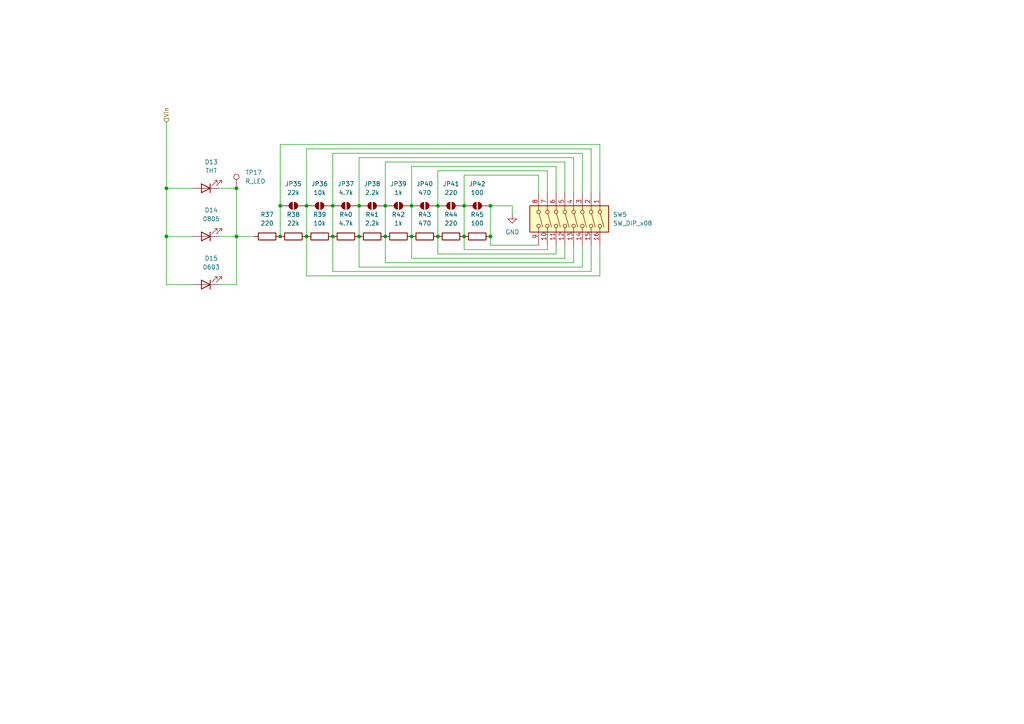
<source format=kicad_sch>
(kicad_sch (version 20250114) (generator "eeschema") (generator_version "9.0")
  (paper "A4")
  (lib_symbols
    (symbol "Connector:TestPoint" (pin_numbers (hide yes)) (pin_names (offset 0.762) (hide yes))
      (property "Reference" "TP" (at 0 6.858 0))
      (property "Value" "TestPoint" (at 0 5.08 0))
      (symbol "TestPoint_0_1"
        (circle (center 0 3.302) (radius 0.762))
      )
      (symbol "TestPoint_1_1"
        (pin passive line (at 0 0 90) (length 2.54) (name "1") (number "1"))
      )
    )
    (symbol "Device:LED" (pin_numbers (hide yes)) (pin_names (offset 1.016) (hide yes))
      (property "Reference" "D" (at 0 2.54 0))
      (property "Value" "LED" (at 0 -2.54 0))
      (symbol "LED_0_1"
        (polyline (pts (xy -3.048 -0.762) (xy -4.572 -2.286) (xy -3.81 -2.286) (xy -4.572 -2.286) (xy -4.572 -1.524)))
        (polyline (pts (xy -1.778 -0.762) (xy -3.302 -2.286) (xy -2.54 -2.286) (xy -3.302 -2.286) (xy -3.302 -1.524)))
        (polyline (pts (xy -1.27 0) (xy 1.27 0)))
        (polyline (pts (xy -1.27 -1.27) (xy -1.27 1.27)) (stroke (width 0.254)))
        (polyline (pts (xy 1.27 -1.27) (xy 1.27 1.27) (xy -1.27 0) (xy 1.27 -1.27)) (stroke (width 0.254)))
      )
      (symbol "LED_1_1"
        (pin passive line (at -3.81 0 0) (length 2.54) (name "K") (number "1"))
        (pin passive line (at 3.81 0 180) (length 2.54) (name "A") (number "2"))
      )
    )
    (symbol "Device:R" (pin_numbers (hide yes)) (pin_names (offset 0))
      (property "Reference" "R" (at 2.032 0 90))
      (property "Value" "R" (at 0 0 90))
      (symbol "R_0_1"
        (rectangle (start -1.016 -2.54) (end 1.016 2.54) (stroke (width 0.254)))
      )
      (symbol "R_1_1"
        (pin passive line (at 0 3.81 270) (length 1.27) (name "~") (number "1"))
        (pin passive line (at 0 -3.81 90) (length 1.27) (name "~") (number "2"))
      )
    )
    (symbol "Jumper:SolderJumper_2_Open" (pin_numbers (hide yes)) (pin_names (offset 0) (hide yes)) (in_bom no)
      (property "Reference" "JP" (at 0 2.032 0))
      (property "Value" "SolderJumper_2_Open" (at 0 -2.54 0))
      (symbol "SolderJumper_2_Open_0_1"
        (polyline (pts (xy -0.254 1.016) (xy -0.254 -1.016)))
        (arc (start -0.254 -1.016) (mid -1.2656 0) (end -0.254 1.016))
        (arc (start -0.254 -1.016) (mid -1.2656 0) (end -0.254 1.016) (fill (type outline)))
        (arc (start 0.254 1.016) (mid 1.2656 0) (end 0.254 -1.016))
        (arc (start 0.254 1.016) (mid 1.2656 0) (end 0.254 -1.016) (fill (type outline)))
        (polyline (pts (xy 0.254 1.016) (xy 0.254 -1.016)))
      )
      (symbol "SolderJumper_2_Open_1_1"
        (pin passive line (at -3.81 0 0) (length 2.54) (name "A") (number "1"))
        (pin passive line (at 3.81 0 180) (length 2.54) (name "B") (number "2"))
      )
    )
    (symbol "Switch:SW_DIP_x08" (pin_names (offset 0) (hide yes))
      (property "Reference" "SW" (at 0 13.97 0))
      (property "Value" "SW_DIP_x08" (at 0 -11.43 0))
      (symbol "SW_DIP_x08_0_0"
        (circle (center -2.032 10.16) (radius 0.508))
        (circle (center -2.032 7.62) (radius 0.508))
        (circle (center -2.032 5.08) (radius 0.508))
        (circle (center -2.032 2.54) (radius 0.508))
        (circle (center -2.032 0) (radius 0.508))
        (circle (center -2.032 -2.54) (radius 0.508))
        (circle (center -2.032 -5.08) (radius 0.508))
        (circle (center -2.032 -7.62) (radius 0.508))
        (polyline (pts (xy -1.524 10.287) (xy 2.3622 11.3284)))
        (polyline (pts (xy -1.524 7.747) (xy 2.3622 8.7884)))
        (polyline (pts (xy -1.524 5.207) (xy 2.3622 6.2484)))
        (polyline (pts (xy -1.524 2.667) (xy 2.3622 3.7084)))
        (polyline (pts (xy -1.524 0.127) (xy 2.3622 1.1684)))
        (polyline (pts (xy -1.524 -2.3876) (xy 2.3622 -1.3462)))
        (polyline (pts (xy -1.524 -4.9276) (xy 2.3622 -3.8862)))
        (polyline (pts (xy -1.524 -7.4676) (xy 2.3622 -6.4262)))
        (circle (center 2.032 10.16) (radius 0.508))
        (circle (center 2.032 7.62) (radius 0.508))
        (circle (center 2.032 5.08) (radius 0.508))
        (circle (center 2.032 2.54) (radius 0.508))
        (circle (center 2.032 0) (radius 0.508))
        (circle (center 2.032 -2.54) (radius 0.508))
        (circle (center 2.032 -5.08) (radius 0.508))
        (circle (center 2.032 -7.62) (radius 0.508))
      )
      (symbol "SW_DIP_x08_0_1"
        (rectangle (start -3.81 12.7) (end 3.81 -10.16) (stroke (width 0.254)) (fill (type background)))
      )
      (symbol "SW_DIP_x08_1_1"
        (pin passive line (at -7.62 10.16 0) (length 5.08) (name "~") (number "1"))
        (pin passive line (at -7.62 7.62 0) (length 5.08) (name "~") (number "2"))
        (pin passive line (at -7.62 5.08 0) (length 5.08) (name "~") (number "3"))
        (pin passive line (at -7.62 2.54 0) (length 5.08) (name "~") (number "4"))
        (pin passive line (at -7.62 0 0) (length 5.08) (name "~") (number "5"))
        (pin passive line (at -7.62 -2.54 0) (length 5.08) (name "~") (number "6"))
        (pin passive line (at -7.62 -5.08 0) (length 5.08) (name "~") (number "7"))
        (pin passive line (at -7.62 -7.62 0) (length 5.08) (name "~") (number "8"))
        (pin passive line (at 7.62 10.16 180) (length 5.08) (name "~") (number "16"))
        (pin passive line (at 7.62 7.62 180) (length 5.08) (name "~") (number "15"))
        (pin passive line (at 7.62 5.08 180) (length 5.08) (name "~") (number "14"))
        (pin passive line (at 7.62 2.54 180) (length 5.08) (name "~") (number "13"))
        (pin passive line (at 7.62 0 180) (length 5.08) (name "~") (number "12"))
        (pin passive line (at 7.62 -2.54 180) (length 5.08) (name "~") (number "11"))
        (pin passive line (at 7.62 -5.08 180) (length 5.08) (name "~") (number "10"))
        (pin passive line (at 7.62 -7.62 180) (length 5.08) (name "~") (number "9"))
      )
    )
    (symbol "power:GND" (power) (pin_numbers (hide yes)) (pin_names (offset 0) (hide yes))
      (property "Value" "GND" (at 0 -3.81 0))
      (symbol "GND_0_1"
        (polyline (pts (xy 0 0) (xy 0 -1.27) (xy 1.27 -1.27) (xy 0 -2.54) (xy -1.27 -1.27) (xy 0 -1.27)))
      )
      (symbol "GND_1_1"
        (pin power_in line (at 0 0 270) (length 0) (name "~") (number "1"))
      )
    )
  )
  (junction (at 88.9 68.58))
  (junction (at 104.14 59.69))
  (junction (at 68.58 68.58))
  (junction (at 134.62 68.58))
  (junction (at 81.28 59.69))
  (junction (at 119.38 68.58))
  (junction (at 88.9 59.69))
  (junction (at 48.26 54.61))
  (junction (at 142.24 59.69))
  (junction (at 111.76 59.69))
  (junction (at 48.26 68.58))
  (junction (at 127 59.69))
  (junction (at 134.62 59.69))
  (junction (at 96.52 68.58))
  (junction (at 127 68.58))
  (junction (at 104.14 68.58))
  (junction (at 96.52 59.69))
  (junction (at 68.58 54.61))
  (junction (at 119.38 59.69))
  (junction (at 142.24 68.58))
  (junction (at 111.76 68.58))
  (junction (at 81.28 68.58))
  (wire (pts (xy 168.91 55.88) (xy 168.91 44.45)))
  (wire (pts (xy 158.75 49.53) (xy 158.75 55.88)))
  (wire (pts (xy 171.45 71.12) (xy 171.45 78.74)))
  (wire (pts (xy 81.28 59.69) (xy 81.28 68.58)))
  (wire (pts (xy 48.26 54.61) (xy 48.26 68.58)))
  (wire (pts (xy 127 59.69) (xy 127 68.58)))
  (wire (pts (xy 48.26 54.61) (xy 55.88 54.61)))
  (wire (pts (xy 68.58 68.58) (xy 68.58 82.55)))
  (wire (pts (xy 142.24 71.12) (xy 142.24 68.58)))
  (wire (pts (xy 173.99 41.91) (xy 81.28 41.91)))
  (wire (pts (xy 171.45 55.88) (xy 171.45 43.18)))
  (wire (pts (xy 119.38 48.26) (xy 119.38 59.69)))
  (wire (pts (xy 163.83 71.12) (xy 163.83 74.93)))
  (wire (pts (xy 171.45 43.18) (xy 88.9 43.18)))
  (wire (pts (xy 127 73.66) (xy 127 68.58)))
  (wire (pts (xy 68.58 54.61) (xy 68.58 68.58)))
  (wire (pts (xy 88.9 80.01) (xy 88.9 68.58)))
  (wire (pts (xy 119.38 74.93) (xy 119.38 68.58)))
  (wire (pts (xy 166.37 71.12) (xy 166.37 76.2)))
  (wire (pts (xy 168.91 44.45) (xy 96.52 44.45)))
  (wire (pts (xy 168.91 71.12) (xy 168.91 77.47)))
  (wire (pts (xy 161.29 71.12) (xy 161.29 73.66)))
  (wire (pts (xy 161.29 48.26) (xy 119.38 48.26)))
  (wire (pts (xy 166.37 55.88) (xy 166.37 45.72)))
  (wire (pts (xy 134.62 50.8) (xy 134.62 59.69)))
  (wire (pts (xy 96.52 59.69) (xy 96.52 68.58)))
  (wire (pts (xy 166.37 76.2) (xy 111.76 76.2)))
  (wire (pts (xy 168.91 77.47) (xy 104.14 77.47)))
  (wire (pts (xy 158.75 72.39) (xy 134.62 72.39)))
  (wire (pts (xy 161.29 73.66) (xy 127 73.66)))
  (wire (pts (xy 173.99 80.01) (xy 88.9 80.01)))
  (wire (pts (xy 158.75 49.53) (xy 127 49.53)))
  (wire (pts (xy 63.5 68.58) (xy 68.58 68.58)))
  (wire (pts (xy 48.26 68.58) (xy 55.88 68.58)))
  (wire (pts (xy 156.21 50.8) (xy 156.21 55.88)))
  (wire (pts (xy 163.83 46.99) (xy 111.76 46.99)))
  (wire (pts (xy 127 49.53) (xy 127 59.69)))
  (wire (pts (xy 104.14 45.72) (xy 104.14 59.69)))
  (wire (pts (xy 96.52 78.74) (xy 96.52 68.58)))
  (wire (pts (xy 148.59 62.23) (xy 148.59 59.69)))
  (wire (pts (xy 134.62 59.69) (xy 134.62 68.58)))
  (wire (pts (xy 81.28 41.91) (xy 81.28 59.69)))
  (wire (pts (xy 48.26 68.58) (xy 48.26 82.55)))
  (wire (pts (xy 104.14 59.69) (xy 104.14 68.58)))
  (wire (pts (xy 111.76 59.69) (xy 111.76 68.58)))
  (wire (pts (xy 166.37 45.72) (xy 104.14 45.72)))
  (wire (pts (xy 63.5 54.61) (xy 68.58 54.61)))
  (wire (pts (xy 156.21 71.12) (xy 142.24 71.12)))
  (wire (pts (xy 88.9 43.18) (xy 88.9 59.69)))
  (wire (pts (xy 161.29 55.88) (xy 161.29 48.26)))
  (wire (pts (xy 48.26 35.56) (xy 48.26 54.61)))
  (wire (pts (xy 96.52 44.45) (xy 96.52 59.69)))
  (wire (pts (xy 88.9 59.69) (xy 88.9 68.58)))
  (wire (pts (xy 63.5 82.55) (xy 68.58 82.55)))
  (wire (pts (xy 171.45 78.74) (xy 96.52 78.74)))
  (wire (pts (xy 104.14 77.47) (xy 104.14 68.58)))
  (wire (pts (xy 55.88 82.55) (xy 48.26 82.55)))
  (wire (pts (xy 163.83 74.93) (xy 119.38 74.93)))
  (wire (pts (xy 156.21 50.8) (xy 134.62 50.8)))
  (wire (pts (xy 134.62 72.39) (xy 134.62 68.58)))
  (wire (pts (xy 111.76 76.2) (xy 111.76 68.58)))
  (wire (pts (xy 68.58 68.58) (xy 73.66 68.58)))
  (wire (pts (xy 119.38 59.69) (xy 119.38 68.58)))
  (wire (pts (xy 111.76 46.99) (xy 111.76 59.69)))
  (wire (pts (xy 148.59 59.69) (xy 142.24 59.69)))
  (wire (pts (xy 163.83 55.88) (xy 163.83 46.99)))
  (wire (pts (xy 158.75 71.12) (xy 158.75 72.39)))
  (wire (pts (xy 173.99 55.88) (xy 173.99 41.91)))
  (wire (pts (xy 173.99 71.12) (xy 173.99 80.01)))
  (wire (pts (xy 142.24 59.69) (xy 142.24 68.58)))
  (hierarchical_label "Vin" (shape input) (at 48.26 35.56 90))
  (symbol (lib_id "Device:R") (at 115.57 68.58 90) (unit 1)
    (property "Reference" "R6" (at 115.57 62.23 90))
    (property "Value" "1k" (at 115.57 64.77 90))
    (property "Footprint" "Resistor_SMD:R_0805_2012Metric" (effects (hide yes)))
    (property "Description" "Resistor" (effects (hide yes)))
    (instances (project "LED_resistance" (path "" (reference "R42") (unit 1)) (path "" (reference "R51") (unit 1)) (path "" (reference "R60") (unit 1)) (path "" (reference "R69") (unit 1)) (path "" (reference "R33") (unit 1)) (path "" (reference "R15") (unit 1)) (path "" (reference "R6") (unit 1)) (path "" (reference "R24") (unit 1))))
  )
  (symbol (lib_id "Device:LED") (at 59.69 54.61 180) (unit 1)
    (property "Reference" "D1" (at 61.2775 46.99 0))
    (property "Value" "THT" (at 61.2775 49.53 0))
    (property "Footprint" "LED_THT:LED_D5.0mm" (effects (hide yes)))
    (property "Description" "Light emitting diode" (effects (hide yes)))
    (property "Sim.Pins" "1=K 2=A" (effects (hide yes)))
    (instances (project "LED_resistance" (path "" (reference "D13") (unit 1)) (path "" (reference "D16") (unit 1)) (path "" (reference "D19") (unit 1)) (path "" (reference "D22") (unit 1)) (path "" (reference "D10") (unit 1)) (path "" (reference "D4") (unit 1)) (path "" (reference "D1") (unit 1)) (path "" (reference "D7") (unit 1))))
  )
  (symbol (lib_id "Device:LED") (at 59.69 68.58 180) (unit 1)
    (property "Reference" "D2" (at 61.2775 60.96 0))
    (property "Value" "0805" (at 61.2775 63.5 0))
    (property "Footprint" "LED_SMD:LED_0805_2012Metric" (effects (hide yes)))
    (property "Description" "Light emitting diode" (effects (hide yes)))
    (property "Sim.Pins" "1=K 2=A" (effects (hide yes)))
    (instances (project "LED_resistance" (path "" (reference "D14") (unit 1)) (path "" (reference "D17") (unit 1)) (path "" (reference "D20") (unit 1)) (path "" (reference "D23") (unit 1)) (path "" (reference "D11") (unit 1)) (path "" (reference "D5") (unit 1)) (path "" (reference "D2") (unit 1)) (path "" (reference "D8") (unit 1))))
  )
  (symbol (lib_id "Device:R") (at 123.19 68.58 90) (unit 1)
    (property "Reference" "R7" (at 123.19 62.23 90))
    (property "Value" "470" (at 123.19 64.77 90))
    (property "Footprint" "Resistor_SMD:R_0805_2012Metric" (effects (hide yes)))
    (property "Description" "Resistor" (effects (hide yes)))
    (instances (project "LED_resistance" (path "" (reference "R43") (unit 1)) (path "" (reference "R52") (unit 1)) (path "" (reference "R61") (unit 1)) (path "" (reference "R70") (unit 1)) (path "" (reference "R34") (unit 1)) (path "" (reference "R16") (unit 1)) (path "" (reference "R7") (unit 1)) (path "" (reference "R25") (unit 1))))
  )
  (symbol (lib_id "Device:R") (at 107.95 68.58 90) (unit 1)
    (property "Reference" "R5" (at 107.95 62.23 90))
    (property "Value" "2.2k" (at 107.95 64.77 90))
    (property "Footprint" "Resistor_SMD:R_0805_2012Metric" (effects (hide yes)))
    (property "Description" "Resistor" (effects (hide yes)))
    (instances (project "LED_resistance" (path "" (reference "R41") (unit 1)) (path "" (reference "R50") (unit 1)) (path "" (reference "R59") (unit 1)) (path "" (reference "R68") (unit 1)) (path "" (reference "R32") (unit 1)) (path "" (reference "R14") (unit 1)) (path "" (reference "R5") (unit 1)) (path "" (reference "R23") (unit 1))))
  )
  (symbol (lib_id "Device:LED") (at 59.69 82.55 180) (unit 1)
    (property "Reference" "D3" (at 61.2775 74.93 0))
    (property "Value" "0603" (at 61.2775 77.47 0))
    (property "Footprint" "LED_SMD:LED_0603_1608Metric" (effects (hide yes)))
    (property "Description" "Light emitting diode" (effects (hide yes)))
    (property "Sim.Pins" "1=K 2=A" (effects (hide yes)))
    (instances (project "LED_resistance" (path "" (reference "D15") (unit 1)) (path "" (reference "D18") (unit 1)) (path "" (reference "D21") (unit 1)) (path "" (reference "D24") (unit 1)) (path "" (reference "D12") (unit 1)) (path "" (reference "D6") (unit 1)) (path "" (reference "D3") (unit 1)) (path "" (reference "D9") (unit 1))))
  )
  (symbol (lib_id "Jumper:SolderJumper_2_Open") (at 130.81 59.69 0) (unit 1) (in_bom no)
    (property "Reference" "JP9" (at 130.81 53.34 0))
    (property "Value" "220" (at 130.81 55.88 0))
    (property "Footprint" "Jumper:SolderJumper-2_P1.3mm_Open_RoundedPad1.0x1.5mm" (effects (hide yes)))
    (property "Description" "Solder Jumper, 2-pole, open" (effects (hide yes)))
    (instances (project "LED_resistance" (path "" (reference "JP41") (unit 1)) (path "" (reference "JP49") (unit 1)) (path "" (reference "JP57") (unit 1)) (path "" (reference "JP65") (unit 1)) (path "" (reference "JP33") (unit 1)) (path "" (reference "JP17") (unit 1)) (path "" (reference "JP9") (unit 1)) (path "" (reference "JP25") (unit 1))))
  )
  (symbol (lib_id "Jumper:SolderJumper_2_Open") (at 100.33 59.69 0) (unit 1) (in_bom no)
    (property "Reference" "JP5" (at 100.33 53.34 0))
    (property "Value" "4.7k" (at 100.33 55.88 0))
    (property "Footprint" "Jumper:SolderJumper-2_P1.3mm_Open_RoundedPad1.0x1.5mm" (effects (hide yes)))
    (property "Description" "Solder Jumper, 2-pole, open" (effects (hide yes)))
    (instances (project "LED_resistance" (path "" (reference "JP37") (unit 1)) (path "" (reference "JP45") (unit 1)) (path "" (reference "JP53") (unit 1)) (path "" (reference "JP61") (unit 1)) (path "" (reference "JP29") (unit 1)) (path "" (reference "JP13") (unit 1)) (path "" (reference "JP5") (unit 1)) (path "" (reference "JP21") (unit 1))))
  )
  (symbol (lib_id "Device:R") (at 100.33 68.58 90) (unit 1)
    (property "Reference" "R4" (at 100.33 62.23 90))
    (property "Value" "4.7k" (at 100.33 64.77 90))
    (property "Footprint" "Resistor_SMD:R_0805_2012Metric" (effects (hide yes)))
    (property "Description" "Resistor" (effects (hide yes)))
    (instances (project "LED_resistance" (path "" (reference "R40") (unit 1)) (path "" (reference "R49") (unit 1)) (path "" (reference "R58") (unit 1)) (path "" (reference "R67") (unit 1)) (path "" (reference "R31") (unit 1)) (path "" (reference "R13") (unit 1)) (path "" (reference "R4") (unit 1)) (path "" (reference "R22") (unit 1))))
  )
  (symbol (lib_id "Jumper:SolderJumper_2_Open") (at 138.43 59.69 0) (unit 1) (in_bom no)
    (property "Reference" "JP10" (at 138.43 53.34 0))
    (property "Value" "100" (at 138.43 55.88 0))
    (property "Footprint" "Jumper:SolderJumper-2_P1.3mm_Open_RoundedPad1.0x1.5mm" (effects (hide yes)))
    (property "Description" "Solder Jumper, 2-pole, open" (effects (hide yes)))
    (instances (project "LED_resistance" (path "" (reference "JP42") (unit 1)) (path "" (reference "JP50") (unit 1)) (path "" (reference "JP58") (unit 1)) (path "" (reference "JP66") (unit 1)) (path "" (reference "JP34") (unit 1)) (path "" (reference "JP18") (unit 1)) (path "" (reference "JP10") (unit 1)) (path "" (reference "JP26") (unit 1))))
  )
  (symbol (lib_id "Device:R") (at 92.71 68.58 90) (unit 1)
    (property "Reference" "R3" (at 92.71 62.23 90))
    (property "Value" "10k" (at 92.71 64.77 90))
    (property "Footprint" "Resistor_SMD:R_0805_2012Metric" (effects (hide yes)))
    (property "Description" "Resistor" (effects (hide yes)))
    (instances (project "LED_resistance" (path "" (reference "R39") (unit 1)) (path "" (reference "R48") (unit 1)) (path "" (reference "R57") (unit 1)) (path "" (reference "R66") (unit 1)) (path "" (reference "R30") (unit 1)) (path "" (reference "R12") (unit 1)) (path "" (reference "R3") (unit 1)) (path "" (reference "R21") (unit 1))))
  )
  (symbol (lib_id "Device:R") (at 85.09 68.58 90) (unit 1)
    (property "Reference" "R2" (at 85.09 62.23 90))
    (property "Value" "22k" (at 85.09 64.77 90))
    (property "Footprint" "Resistor_SMD:R_0805_2012Metric" (effects (hide yes)))
    (property "Description" "Resistor" (effects (hide yes)))
    (instances (project "LED_resistance" (path "" (reference "R38") (unit 1)) (path "" (reference "R47") (unit 1)) (path "" (reference "R56") (unit 1)) (path "" (reference "R65") (unit 1)) (path "" (reference "R29") (unit 1)) (path "" (reference "R11") (unit 1)) (path "" (reference "R2") (unit 1)) (path "" (reference "R20") (unit 1))))
  )
  (symbol (lib_id "Device:R") (at 130.81 68.58 90) (unit 1)
    (property "Reference" "R8" (at 130.81 62.23 90))
    (property "Value" "220" (at 130.81 64.77 90))
    (property "Footprint" "Resistor_SMD:R_0805_2012Metric" (effects (hide yes)))
    (property "Description" "Resistor" (effects (hide yes)))
    (instances (project "LED_resistance" (path "" (reference "R44") (unit 1)) (path "" (reference "R53") (unit 1)) (path "" (reference "R62") (unit 1)) (path "" (reference "R71") (unit 1)) (path "" (reference "R35") (unit 1)) (path "" (reference "R17") (unit 1)) (path "" (reference "R8") (unit 1)) (path "" (reference "R26") (unit 1))))
  )
  (symbol (lib_id "Jumper:SolderJumper_2_Open") (at 92.71 59.69 0) (unit 1) (in_bom no)
    (property "Reference" "JP4" (at 92.71 53.34 0))
    (property "Value" "10k" (at 92.71 55.88 0))
    (property "Footprint" "Jumper:SolderJumper-2_P1.3mm_Open_RoundedPad1.0x1.5mm" (effects (hide yes)))
    (property "Description" "Solder Jumper, 2-pole, open" (effects (hide yes)))
    (instances (project "LED_resistance" (path "" (reference "JP36") (unit 1)) (path "" (reference "JP44") (unit 1)) (path "" (reference "JP52") (unit 1)) (path "" (reference "JP60") (unit 1)) (path "" (reference "JP28") (unit 1)) (path "" (reference "JP12") (unit 1)) (path "" (reference "JP4") (unit 1)) (path "" (reference "JP20") (unit 1))))
  )
  (symbol (lib_id "Switch:SW_DIP_x08") (at 163.83 63.5 270) (unit 1)
    (property "Reference" "SW1" (at 177.8 62.2299 90) (effects (justify left)))
    (property "Value" "SW_DIP_x08" (at 177.8 64.7699 90) (effects (justify left)))
    (property "Footprint" "Button_Switch_THT:SW_DIP_SPSTx08_Slide_9.78x22.5mm_W7.62mm_P2.54mm" (effects (hide yes)))
    (property "Description" "8x DIP Switch, Single Pole Single Throw (SPST) switch, small symbol" (effects (hide yes)))
    (instances (project "LED_resistance" (path "" (reference "SW5") (unit 1)) (path "" (reference "SW6") (unit 1)) (path "" (reference "SW7") (unit 1)) (path "" (reference "SW8") (unit 1)) (path "" (reference "SW4") (unit 1)) (path "" (reference "SW2") (unit 1)) (path "" (reference "SW1") (unit 1)) (path "" (reference "SW3") (unit 1))))
  )
  (symbol (lib_id "Jumper:SolderJumper_2_Open") (at 123.19 59.69 0) (unit 1) (in_bom no)
    (property "Reference" "JP8" (at 123.19 53.34 0))
    (property "Value" "470" (at 123.19 55.88 0))
    (property "Footprint" "Jumper:SolderJumper-2_P1.3mm_Open_RoundedPad1.0x1.5mm" (effects (hide yes)))
    (property "Description" "Solder Jumper, 2-pole, open" (effects (hide yes)))
    (instances (project "LED_resistance" (path "" (reference "JP40") (unit 1)) (path "" (reference "JP48") (unit 1)) (path "" (reference "JP56") (unit 1)) (path "" (reference "JP64") (unit 1)) (path "" (reference "JP32") (unit 1)) (path "" (reference "JP16") (unit 1)) (path "" (reference "JP8") (unit 1)) (path "" (reference "JP24") (unit 1))))
  )
  (symbol (lib_id "Device:R") (at 138.43 68.58 90) (unit 1)
    (property "Reference" "R9" (at 138.43 62.23 90))
    (property "Value" "100" (at 138.43 64.77 90))
    (property "Footprint" "Resistor_SMD:R_0805_2012Metric" (effects (hide yes)))
    (property "Description" "Resistor" (effects (hide yes)))
    (instances (project "LED_resistance" (path "" (reference "R45") (unit 1)) (path "" (reference "R54") (unit 1)) (path "" (reference "R63") (unit 1)) (path "" (reference "R72") (unit 1)) (path "" (reference "R36") (unit 1)) (path "" (reference "R18") (unit 1)) (path "" (reference "R9") (unit 1)) (path "" (reference "R27") (unit 1))))
  )
  (symbol (lib_id "Jumper:SolderJumper_2_Open") (at 107.95 59.69 0) (unit 1) (in_bom no)
    (property "Reference" "JP6" (at 107.95 53.34 0))
    (property "Value" "2.2k" (at 107.95 55.88 0))
    (property "Footprint" "Jumper:SolderJumper-2_P1.3mm_Open_RoundedPad1.0x1.5mm" (effects (hide yes)))
    (property "Description" "Solder Jumper, 2-pole, open" (effects (hide yes)))
    (instances (project "LED_resistance" (path "" (reference "JP38") (unit 1)) (path "" (reference "JP46") (unit 1)) (path "" (reference "JP54") (unit 1)) (path "" (reference "JP62") (unit 1)) (path "" (reference "JP30") (unit 1)) (path "" (reference "JP14") (unit 1)) (path "" (reference "JP6") (unit 1)) (path "" (reference "JP22") (unit 1))))
  )
  (symbol (lib_id "power:GND") (at 148.59 62.23 0) (unit 1)
    (property "Reference" "#PWR05" (effects (hide yes)))
    (property "Value" "GND" (at 148.59 67.31 0))
    (property "Description" "Power symbol creates a global label with name \"GND\" , ground" (effects (hide yes)))
    (instances (project "LED_resistance" (path "" (reference "#PWR011") (unit 1)) (path "" (reference "#PWR012") (unit 1)) (path "" (reference "#PWR013") (unit 1)) (path "" (reference "#PWR014") (unit 1)) (path "" (reference "#PWR08") (unit 1)) (path "" (reference "#PWR06") (unit 1)) (path "" (reference "#PWR05") (unit 1)) (path "" (reference "#PWR07") (unit 1))))
  )
  (symbol (lib_id "Jumper:SolderJumper_2_Open") (at 115.57 59.69 0) (unit 1) (in_bom no)
    (property "Reference" "JP7" (at 115.57 53.34 0))
    (property "Value" "1k" (at 115.57 55.88 0))
    (property "Footprint" "Jumper:SolderJumper-2_P1.3mm_Open_RoundedPad1.0x1.5mm" (effects (hide yes)))
    (property "Description" "Solder Jumper, 2-pole, open" (effects (hide yes)))
    (instances (project "LED_resistance" (path "" (reference "JP39") (unit 1)) (path "" (reference "JP47") (unit 1)) (path "" (reference "JP55") (unit 1)) (path "" (reference "JP63") (unit 1)) (path "" (reference "JP31") (unit 1)) (path "" (reference "JP15") (unit 1)) (path "" (reference "JP7") (unit 1)) (path "" (reference "JP23") (unit 1))))
  )
  (symbol (lib_id "Jumper:SolderJumper_2_Open") (at 85.09 59.69 0) (unit 1) (in_bom no)
    (property "Reference" "JP3" (at 85.09 53.34 0))
    (property "Value" "22k" (at 85.09 55.88 0))
    (property "Footprint" "Jumper:SolderJumper-2_P1.3mm_Open_RoundedPad1.0x1.5mm" (effects (hide yes)))
    (property "Description" "Solder Jumper, 2-pole, open" (effects (hide yes)))
    (instances (project "LED_resistance" (path "" (reference "JP35") (unit 1)) (path "" (reference "JP43") (unit 1)) (path "" (reference "JP51") (unit 1)) (path "" (reference "JP59") (unit 1)) (path "" (reference "JP27") (unit 1)) (path "" (reference "JP11") (unit 1)) (path "" (reference "JP3") (unit 1)) (path "" (reference "JP19") (unit 1))))
  )
  (symbol (lib_id "Connector:TestPoint") (at 68.58 54.61 0) (unit 1)
    (property "Reference" "TP5" (at 71.12 50.0379 0) (effects (justify left)))
    (property "Value" "R_LED" (at 71.12 52.5779 0) (effects (justify left)))
    (property "Footprint" "TestPoint:TestPoint_Pad_D3.0mm" (effects (hide yes)))
    (property "Description" "test point" (effects (hide yes)))
    (instances (project "LED_resistance" (path "" (reference "TP17") (unit 1)) (path "" (reference "TP18") (unit 1)) (path "" (reference "TP19") (unit 1)) (path "" (reference "TP20") (unit 1)) (path "" (reference "TP8") (unit 1)) (path "" (reference "TP6") (unit 1)) (path "" (reference "TP5") (unit 1)) (path "" (reference "TP7") (unit 1))))
  )
  (symbol (lib_id "Device:R") (at 77.47 68.58 90) (unit 1)
    (property "Reference" "R1" (at 77.47 62.23 90))
    (property "Value" "220" (at 77.47 64.77 90))
    (property "Footprint" "Resistor_SMD:R_0805_2012Metric" (effects (hide yes)))
    (property "Description" "Resistor" (effects (hide yes)))
    (instances (project "LED_resistance" (path "" (reference "R37") (unit 1)) (path "" (reference "R46") (unit 1)) (path "" (reference "R55") (unit 1)) (path "" (reference "R64") (unit 1)) (path "" (reference "R28") (unit 1)) (path "" (reference "R10") (unit 1)) (path "" (reference "R1") (unit 1)) (path "" (reference "R19") (unit 1))))
  )
)
</source>
